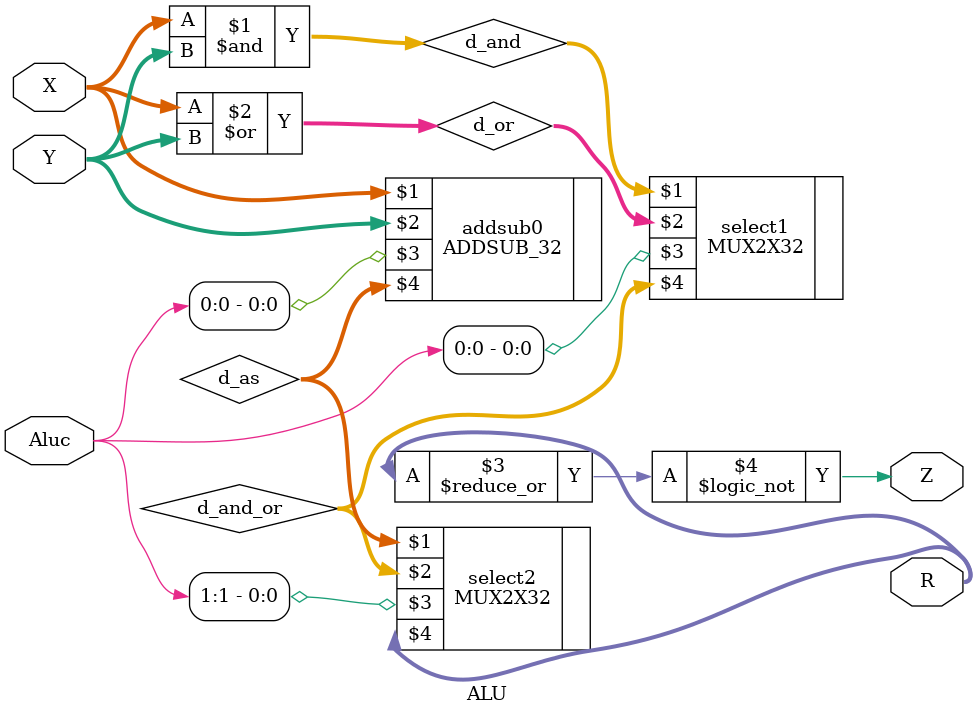
<source format=v>
`timescale 1ns / 1ps


module ALU(X,Y,Aluc,R,Z);
    input [31:0]X,Y;
    input [1:0]Aluc;
    output [31:0]R;
    output Z;
    wire [31:0]d_as,d_and,d_or,d_and_or;
    ADDSUB_32 addsub0(X,Y,Aluc[0],d_as);
    assign d_and = X & Y;
    assign d_or = X | Y;
    MUX2X32 select1(d_and,d_or,Aluc[0],d_and_or);
    MUX2X32 select2(d_as,d_and_or,Aluc[1],R);
    assign Z = ~| R;
endmodule

</source>
